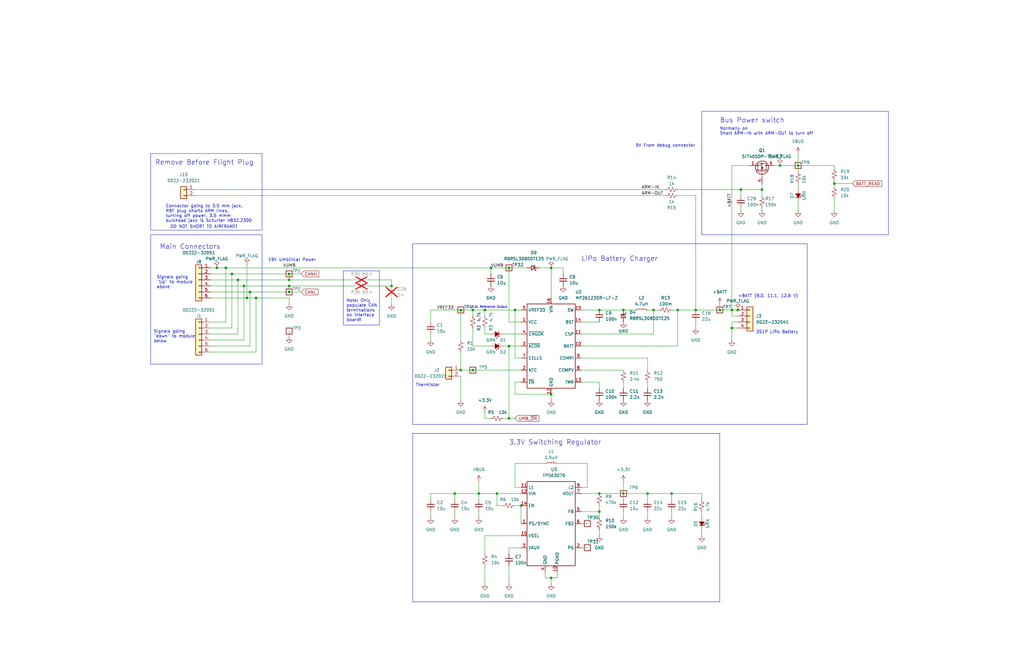
<source format=kicad_sch>
(kicad_sch (version 20250114) (generator "eeschema") (generator_version "9.0")
  (paper "B")
  (title_block (title "RCS Controller Board") (date "2025-03-25") (rev "1.0"))
  (rectangle (start 63.5 64.77) (end 110.49 97.155))
  (rectangle (start 173.99 102.87) (end 340.36 179.07))
  (rectangle (start 63.5 99.06) (end 110.49 153.67))
  (rectangle (start 144.78 114.3) (end 160.02 137.16))
  (rectangle (start 295.91 46.99) (end 374.65 99.06))
  (text "LiPo Battery Charger" (at 245.11 110.49 0) (effects (font (size 2.032 2.032)) (justify left bottom)))
  (text "DO NOT SHORT TO AIRFRAME!" (at 71.755 96.52 0) (effects (font (size 1.27 1.27)) (justify left bottom)))
  (text "Thermistor" (at 180.34 162.56 0) (effects (font (size 1.27 1.27))))
  (text "Signals going \n\"down\" to module \nbelow" (at 64.77 144.78 0) (effects (font (size 1.27 1.27)) (justify left bottom)))
  (text "Normally on\nShort ARM-IN with ARM-OUT to turn off" (at 303.53 57.15 0) (effects (font (size 1.27 1.27)) (justify left bottom)))
  (text "Connector going to 3.5 mm jack.\nRBF plug shorts ARM lines,\nturning off power. 3.5 mmm \nbulkhead jack is Schurter 4832.2300" (at 69.85 93.98 0) (effects (font (size 1.27 1.27)) (justify left bottom)))
  (text "Note: Only \npopulate CAN \nterminations\non interface\nboard!" (at 146.05 135.89 0) (effects (font (size 1.27 1.27)) (justify left bottom)))
  (text "3S1P LiPo Battery" (at 318.77 140.97 0) (effects (font (size 1.27 1.27)) (justify left bottom)))
  (text "Signals going \n\"Up\" to module \nabove" (at 66.04 121.92 0) (effects (font (size 1.27 1.27)) (justify left bottom)))
  (text "19V Umbilical Power" (at 113.03 110.49 0) (effects (font (size 1.27 1.27)) (justify left bottom)))
  (text "+BATT (9.0, 11.1, 12.6 V)" (at 311.15 125.73 0) (effects (font (size 1.27 1.27)) (justify left bottom)))
  (text "Bus Power switch" (at 303.53 52.07 0) (effects (font (size 2.032 2.032)) (justify left bottom)))
  (text "Main Connectors" (at 67.31 105.41 0) (effects (font (size 2.032 2.032)) (justify left bottom)))
  (text "3.3V Switching Regulator" (at 214.63 187.96 0) (effects (font (size 2.032 2.032)) (justify left bottom)))
  (text "5V From debug connector" (at 267.97 62.23 0) (effects (font (size 1.27 1.27)) (justify left bottom)))
  (text "3.3v Reference Output" (at 198.755 130.175 0) (effects (font (size 0.889 0.889)) (justify left bottom)))
  (text "Remove Before Flight Plug" (at 65.405 69.85 0) (effects (font (size 2.032 2.032)) (justify left bottom)))
  (junction (at 209.55 208.28))
  (junction (at 204.47 130.81))
  (junction (at 100.33 118.11))
  (junction (at 262.89 130.81))
  (junction (at 214.63 146.05))
  (junction (at 201.93 208.28))
  (junction (at 308.61 138.43))
  (junction (at 336.55 69.85))
  (junction (at 303.53 130.81))
  (junction (at 91.44 113.03))
  (junction (at 262.89 208.28))
  (junction (at 232.41 113.03))
  (junction (at 252.73 215.9))
  (junction (at 214.63 113.03))
  (junction (at 121.92 123.19))
  (junction (at 217.17 130.81))
  (junction (at 351.79 77.47))
  (junction (at 273.05 208.28))
  (junction (at 275.59 130.81))
  (junction (at 328.93 69.85))
  (junction (at 252.73 208.28))
  (junction (at 283.21 208.28))
  (junction (at 97.79 115.57))
  (junction (at 104.14 125.73))
  (junction (at 285.75 130.81))
  (junction (at 321.31 80.01))
  (junction (at 232.41 243.84))
  (junction (at 207.01 113.03))
  (junction (at 252.73 130.81))
  (junction (at 121.92 115.57))
  (junction (at 107.95 125.73))
  (junction (at 293.37 130.81))
  (junction (at 191.77 208.28))
  (junction (at 311.15 130.81))
  (junction (at 214.63 176.53))
  (junction (at 105.41 123.19))
  (junction (at 199.39 130.81))
  (junction (at 194.31 156.21))
  (junction (at 165.1 120.65))
  (junction (at 232.41 166.37))
  (junction (at 121.92 120.65))
  (junction (at 102.87 120.65))
  (junction (at 312.42 80.01))
  (junction (at 95.25 113.03))
  (junction (at 219.71 213.36))
  (junction (at 199.39 156.21))
  (junction (at 121.92 118.11))
  (junction (at 194.31 130.81))
  (junction (at 308.61 130.81))
  (wire (pts (xy 91.44 113.03) (xy 95.25 113.03)))
  (wire (pts (xy 217.17 130.81) (xy 219.71 130.81)))
  (wire (pts (xy 293.37 135.89) (xy 293.37 138.43)))
  (wire (pts (xy 217.17 205.74) (xy 217.17 195.58)))
  (wire (pts (xy 247.65 195.58) (xy 247.65 205.74)))
  (wire (pts (xy 219.71 151.13) (xy 217.17 151.13)))
  (wire (pts (xy 308.61 133.35) (xy 308.61 130.81)))
  (wire (pts (xy 312.42 80.01) (xy 321.31 80.01)))
  (wire (pts (xy 88.9 140.97) (xy 100.33 140.97)))
  (wire (pts (xy 326.39 69.85) (xy 328.93 69.85)))
  (wire (pts (xy 245.11 156.21) (xy 262.89 156.21)))
  (wire (pts (xy 229.87 241.3) (xy 229.87 243.84)))
  (wire (pts (xy 121.92 115.57) (xy 127 115.57)))
  (wire (pts (xy 328.93 69.85) (xy 336.55 69.85)))
  (wire (pts (xy 194.31 148.59) (xy 194.31 156.21)))
  (wire (pts (xy 219.71 135.89) (xy 214.63 135.89)))
  (wire (pts (xy 95.25 135.89) (xy 88.9 135.89)))
  (wire (pts (xy 214.63 146.05) (xy 219.71 146.05)))
  (wire (pts (xy 102.87 143.51) (xy 102.87 120.65)))
  (wire (pts (xy 165.1 125.73) (xy 165.1 128.27)))
  (wire (pts (xy 273.05 130.81) (xy 275.59 130.81)))
  (wire (pts (xy 204.47 226.06) (xy 204.47 233.68)))
  (wire (pts (xy 88.9 148.59) (xy 107.95 148.59)))
  (wire (pts (xy 154.94 120.65) (xy 165.1 120.65)))
  (wire (pts (xy 312.42 87.63) (xy 312.42 88.9)))
  (wire (pts (xy 245.11 130.81) (xy 252.73 130.81)))
  (wire (pts (xy 308.61 135.89) (xy 308.61 138.43)))
  (wire (pts (xy 293.37 82.55) (xy 293.37 130.81)))
  (wire (pts (xy 336.55 69.85) (xy 351.79 69.85)))
  (wire (pts (xy 252.73 161.29) (xy 245.11 161.29)))
  (wire (pts (xy 308.61 138.43) (xy 308.61 143.51)))
  (wire (pts (xy 217.17 130.81) (xy 217.17 151.13)))
  (wire (pts (xy 285.75 130.81) (xy 285.75 146.05)))
  (wire (pts (xy 102.87 120.65) (xy 121.92 120.65)))
  (wire (pts (xy 201.93 203.2) (xy 201.93 208.28)))
  (wire (pts (xy 219.71 161.29) (xy 217.17 161.29)))
  (wire (pts (xy 275.59 140.97) (xy 245.11 140.97)))
  (wire (pts (xy 308.61 69.85) (xy 316.23 69.85)))
  (wire (pts (xy 88.9 118.11) (xy 100.33 118.11)))
  (wire (pts (xy 275.59 130.81) (xy 278.13 130.81)))
  (wire (pts (xy 232.41 243.84) (xy 229.87 243.84)))
  (wire (pts (xy 262.89 130.81) (xy 267.97 130.81)))
  (wire (pts (xy 199.39 130.81) (xy 204.47 130.81)))
  (wire (pts (xy 121.92 120.65) (xy 121.92 123.19)))
  (wire (pts (xy 88.9 146.05) (xy 105.41 146.05)))
  (wire (pts (xy 82.55 82.55) (xy 280.67 82.55)))
  (wire (pts (xy 351.79 77.47) (xy 351.79 78.74)))
  (wire (pts (xy 303.53 130.81) (xy 308.61 130.81)))
  (wire (pts (xy 88.9 123.19) (xy 105.41 123.19)))
  (wire (pts (xy 311.15 135.89) (xy 308.61 135.89)))
  (wire (pts (xy 204.47 238.76) (xy 204.47 246.38)))
  (wire (pts (xy 194.31 156.21) (xy 199.39 156.21)))
  (wire (pts (xy 273.05 151.13) (xy 273.05 156.21)))
  (wire (pts (xy 252.73 215.9) (xy 252.73 213.36)))
  (wire (pts (xy 232.41 125.73) (xy 232.41 113.03)))
  (wire (pts (xy 181.61 140.97) (xy 181.61 143.51)))
  (wire (pts (xy 165.1 120.65) (xy 165.1 118.11)))
  (wire (pts (xy 232.41 246.38) (xy 232.41 243.84)))
  (wire (pts (xy 201.93 215.9) (xy 201.93 218.44)))
  (wire (pts (xy 88.9 138.43) (xy 97.79 138.43)))
  (wire (pts (xy 234.95 241.3) (xy 234.95 243.84)))
  (wire (pts (xy 234.95 195.58) (xy 247.65 195.58)))
  (wire (pts (xy 351.79 83.82) (xy 351.79 88.9)))
  (wire (pts (xy 262.89 161.29) (xy 262.89 163.83)))
  (wire (pts (xy 245.11 231.14) (xy 247.65 231.14)))
  (wire (pts (xy 336.55 85.09) (xy 336.55 88.9)))
  (wire (pts (xy 321.31 87.63) (xy 321.31 88.9)))
  (wire (pts (xy 194.31 130.81) (xy 199.39 130.81)))
  (wire (pts (xy 214.63 113.03) (xy 207.01 113.03)))
  (wire (pts (xy 88.9 115.57) (xy 97.79 115.57)))
  (wire (pts (xy 97.79 115.57) (xy 121.92 115.57)))
  (wire (pts (xy 212.09 146.05) (xy 214.63 146.05)))
  (wire (pts (xy 283.21 130.81) (xy 285.75 130.81)))
  (wire (pts (xy 107.95 148.59) (xy 107.95 125.73)))
  (wire (pts (xy 262.89 203.2) (xy 262.89 208.28)))
  (wire (pts (xy 199.39 138.43) (xy 199.39 146.05)))
  (wire (pts (xy 100.33 118.11) (xy 121.92 118.11)))
  (wire (pts (xy 321.31 80.01) (xy 321.31 82.55)))
  (wire (pts (xy 245.11 220.98) (xy 247.65 220.98)))
  (wire (pts (xy 227.33 113.03) (xy 232.41 113.03)))
  (wire (pts (xy 273.05 208.28) (xy 262.89 208.28)))
  (wire (pts (xy 191.77 215.9) (xy 191.77 218.44)))
  (wire (pts (xy 214.63 146.05) (xy 214.63 176.53)))
  (wire (pts (xy 121.92 120.65) (xy 149.86 120.65)))
  (wire (pts (xy 214.63 231.14) (xy 219.71 231.14)))
  (wire (pts (xy 191.77 208.28) (xy 181.61 208.28)))
  (wire (pts (xy 181.61 130.81) (xy 194.31 130.81)))
  (wire (pts (xy 283.21 208.28) (xy 295.91 208.28)))
  (wire (pts (xy 214.63 233.68) (xy 214.63 231.14)))
  (wire (pts (xy 201.93 208.28) (xy 191.77 208.28)))
  (wire (pts (xy 273.05 210.82) (xy 273.05 208.28)))
  (wire (pts (xy 214.63 238.76) (xy 214.63 246.38)))
  (wire (pts (xy 212.09 140.97) (xy 219.71 140.97)))
  (wire (pts (xy 217.17 213.36) (xy 219.71 213.36)))
  (wire (pts (xy 293.37 130.81) (xy 303.53 130.81)))
  (wire (pts (xy 217.17 166.37) (xy 232.41 166.37)))
  (wire (pts (xy 105.41 146.05) (xy 105.41 123.19)))
  (wire (pts (xy 295.91 215.9) (xy 295.91 218.44)))
  (wire (pts (xy 245.11 135.89) (xy 252.73 135.89)))
  (wire (pts (xy 219.71 205.74) (xy 217.17 205.74)))
  (wire (pts (xy 212.09 213.36) (xy 209.55 213.36)))
  (wire (pts (xy 209.55 208.28) (xy 219.71 208.28)))
  (wire (pts (xy 283.21 210.82) (xy 283.21 208.28)))
  (wire (pts (xy 82.55 80.01) (xy 280.67 80.01)))
  (wire (pts (xy 107.95 125.73) (xy 121.92 125.73)))
  (wire (pts (xy 204.47 130.81) (xy 204.47 133.35)))
  (wire (pts (xy 201.93 208.28) (xy 201.93 210.82)))
  (polyline (pts (xy 303.53 182.88) (xy 303.53 254)))
  (wire (pts (xy 217.17 161.29) (xy 217.17 166.37)))
  (wire (pts (xy 204.47 176.53) (xy 207.01 176.53)))
  (polyline (pts (xy 173.99 182.88) (xy 173.99 254)))
  (polyline (pts (xy 303.53 254) (xy 173.99 254)))
  (wire (pts (xy 204.47 130.81) (xy 217.17 130.81)))
  (wire (pts (xy 312.42 80.01) (xy 312.42 82.55)))
  (wire (pts (xy 219.71 226.06) (xy 204.47 226.06)))
  (wire (pts (xy 209.55 213.36) (xy 209.55 208.28)))
  (wire (pts (xy 217.17 195.58) (xy 229.87 195.58)))
  (wire (pts (xy 252.73 208.28) (xy 245.11 208.28)))
  (wire (pts (xy 321.31 77.47) (xy 321.31 80.01)))
  (wire (pts (xy 95.25 113.03) (xy 95.25 135.89)))
  (wire (pts (xy 308.61 69.85) (xy 308.61 130.81)))
  (wire (pts (xy 204.47 140.97) (xy 207.01 140.97)))
  (wire (pts (xy 237.49 113.03) (xy 237.49 115.57)))
  (wire (pts (xy 199.39 146.05) (xy 207.01 146.05)))
  (wire (pts (xy 194.31 158.75) (xy 194.31 168.91)))
  (wire (pts (xy 232.41 243.84) (xy 234.95 243.84)))
  (wire (pts (xy 165.1 118.11) (xy 154.94 118.11)))
  (wire (pts (xy 201.93 208.28) (xy 209.55 208.28)))
  (wire (pts (xy 204.47 173.99) (xy 204.47 176.53)))
  (wire (pts (xy 336.55 69.85) (xy 336.55 72.39)))
  (wire (pts (xy 232.41 113.03) (xy 237.49 113.03)))
  (wire (pts (xy 262.89 215.9) (xy 262.89 218.44)))
  (wire (pts (xy 194.31 143.51) (xy 194.31 130.81)))
  (wire (pts (xy 308.61 138.43) (xy 311.15 138.43)))
  (wire (pts (xy 204.47 138.43) (xy 204.47 140.97)))
  (wire (pts (xy 181.61 208.28) (xy 181.61 210.82)))
  (wire (pts (xy 181.61 215.9) (xy 181.61 218.44)))
  (wire (pts (xy 245.11 215.9) (xy 252.73 215.9)))
  (wire (pts (xy 104.14 111.76) (xy 104.14 125.73)))
  (wire (pts (xy 199.39 156.21) (xy 219.71 156.21)))
  (wire (pts (xy 303.53 128.27) (xy 303.53 130.81)))
  (wire (pts (xy 214.63 176.53) (xy 217.17 176.53)))
  (wire (pts (xy 336.55 64.77) (xy 336.55 69.85)))
  (wire (pts (xy 285.75 82.55) (xy 293.37 82.55)))
  (wire (pts (xy 252.73 223.52) (xy 252.73 226.06)))
  (wire (pts (xy 273.05 215.9) (xy 273.05 218.44)))
  (wire (pts (xy 214.63 113.03) (xy 222.25 113.03)))
  (wire (pts (xy 121.92 123.19) (xy 127 123.19)))
  (wire (pts (xy 252.73 130.81) (xy 262.89 130.81)))
  (wire (pts (xy 295.91 223.52) (xy 295.91 226.06)))
  (wire (pts (xy 207.01 113.03) (xy 207.01 115.57)))
  (wire (pts (xy 252.73 215.9) (xy 252.73 218.44)))
  (wire (pts (xy 214.63 113.03) (xy 214.63 135.89)))
  (wire (pts (xy 104.14 125.73) (xy 107.95 125.73)))
  (wire (pts (xy 247.65 205.74) (xy 245.11 205.74)))
  (wire (pts (xy 285.75 130.81) (xy 293.37 130.81)))
  (wire (pts (xy 285.75 146.05) (xy 245.11 146.05)))
  (wire (pts (xy 308.61 130.81) (xy 311.15 130.81)))
  (wire (pts (xy 245.11 151.13) (xy 273.05 151.13)))
  (wire (pts (xy 273.05 161.29) (xy 273.05 163.83)))
  (wire (pts (xy 275.59 130.81) (xy 275.59 140.97)))
  (wire (pts (xy 219.71 213.36) (xy 219.71 220.98)))
  (wire (pts (xy 121.92 125.73) (xy 121.92 128.27)))
  (wire (pts (xy 121.92 118.11) (xy 149.86 118.11)))
  (wire (pts (xy 351.79 71.12) (xy 351.79 69.85)))
  (wire (pts (xy 295.91 208.28) (xy 295.91 210.82)))
  (wire (pts (xy 351.79 76.2) (xy 351.79 77.47)))
  (wire (pts (xy 336.55 77.47) (xy 336.55 80.01)))
  (wire (pts (xy 88.9 143.51) (xy 102.87 143.51)))
  (wire (pts (xy 283.21 208.28) (xy 273.05 208.28)))
  (wire (pts (xy 121.92 139.7) (xy 121.92 142.24)))
  (wire (pts (xy 262.89 208.28) (xy 262.89 210.82)))
  (wire (pts (xy 88.9 125.73) (xy 104.14 125.73)))
  (wire (pts (xy 88.9 120.65) (xy 102.87 120.65)))
  (wire (pts (xy 262.89 208.28) (xy 252.73 208.28)))
  (wire (pts (xy 121.92 115.57) (xy 121.92 118.11)))
  (polyline (pts (xy 173.99 182.88) (xy 303.53 182.88)))
  (wire (pts (xy 105.41 123.19) (xy 121.92 123.19)))
  (wire (pts (xy 191.77 208.28) (xy 191.77 210.82)))
  (wire (pts (xy 351.79 77.47) (xy 359.41 77.47)))
  (wire (pts (xy 285.75 80.01) (xy 312.42 80.01)))
  (wire (pts (xy 95.25 113.03) (xy 207.01 113.03)))
  (wire (pts (xy 232.41 166.37) (xy 232.41 168.91)))
  (wire (pts (xy 252.73 163.83) (xy 252.73 161.29)))
  (wire (pts (xy 88.9 113.03) (xy 91.44 113.03)))
  (wire (pts (xy 311.15 133.35) (xy 308.61 133.35)))
  (wire (pts (xy 283.21 215.9) (xy 283.21 218.44)))
  (wire (pts (xy 100.33 140.97) (xy 100.33 118.11)))
  (wire (pts (xy 212.09 176.53) (xy 214.63 176.53)))
  (wire (pts (xy 199.39 130.81) (xy 199.39 133.35)))
  (wire (pts (xy 97.79 138.43) (xy 97.79 115.57)))
  (wire (pts (xy 181.61 135.89) (xy 181.61 130.81)))
  (label "VUMB" (at 119.38 113.03 0))
  (label "ARM-IN" (at 270.51 80.01 0))
  (label "VUMB" (at 207.01 113.03 0))
  (label "VREF33" (at 184.15 130.81 0))
  (label "ARM-OUT" (at 270.51 82.55 0))
  (label "+BATT" (at 308.61 87.63 90))
  (global_label "CANH" (shape input) (at 127 115.57 0) (property "Intersheetrefs" "${INTERSHEET_REFS}" (effects (hide yes))))
  (global_label "CANL" (shape input) (at 127 123.19 0) (property "Intersheetrefs" "${INTERSHEET_REFS}" (effects (hide yes))))
  (global_label "BATT_READ" (shape input) (at 359.41 77.47 0) (property "Intersheetrefs" "${INTERSHEET_REFS}" (effects (hide yes))))
  (global_label "UMB_~{ON}" (shape input) (at 217.17 176.53 0) (property "Intersheetrefs" "${INTERSHEET_REFS}" (effects (hide yes))))
  (symbol (lib_id "Device:C_Small") (at 273.05 166.37 0) (unit 1)
    (property "Reference" "C13" (at 275.59 165.1062 0) (effects (justify left)))
    (property "Value" "2.2n" (at 275.59 167.6462 0) (effects (justify left)))
    (property "Footprint" "Capacitor_SMD:C_0603_1608Metric" (effects (hide yes)))
    (property "Description" "CAP CER 2200PF 50V X7R 0603" (effects (hide yes)))
    (property "DPN" "1276-6530-1-ND" (effects (hide yes)))
    (property "DST" "DigiKey" (effects (hide yes)))
    (property "MFR" "Samsung Microelectronics" (effects (hide yes)))
    (property "MPN" "CL10B222KB8WPNC" (effects (hide yes)))
  )
  (symbol (lib_id "power:GND") (at 336.55 88.9 0) (unit 1)
    (property "Reference" "#PWR037" (effects (hide yes)))
    (property "Value" "GND" (at 336.55 93.98 0))
    (property "Description" "Power symbol creates a global label with name \"GND\" , ground" (effects (hide yes)))
  )
  (symbol (lib_id "Device:C_Small") (at 262.89 213.36 0) (unit 1)
    (property "Reference" "C12" (at 265.43 212.0962 0) (effects (justify left)))
    (property "Value" "10u" (at 265.43 214.6362 0) (effects (justify left)))
    (property "Footprint" "Capacitor_SMD:C_0603_1608Metric" (effects (hide yes)))
    (property "Description" "CAP CER 10UF 25V X5R 0603" (effects (hide yes)))
    (property "DPN" "490-12323-1-ND" (effects (hide yes)))
    (property "DST" "DigiKey" (effects (hide yes)))
    (property "MFR" "Murata" (effects (hide yes)))
    (property "MPN" "GRT188R61E106ME13D" (effects (hide yes)))
  )
  (symbol (lib_id "power:GND") (at 191.77 218.44 0) (unit 1)
    (property "Reference" "#PWR04" (effects (hide yes)))
    (property "Value" "GND" (at 191.77 223.52 0))
    (property "Description" "Power symbol creates a global label with name \"GND\" , ground" (effects (hide yes)))
  )
  (symbol (lib_id "psas-testpoint:Test-Point") (at 121.92 123.19 0) (unit 1) (in_bom no)
    (property "Reference" "TP2" (at 123.19 121.92 0) (effects (justify left)))
    (property "Value" "Test-Point" (effects (hide yes)))
    (property "Footprint" "psas-footprints:TP-through-hole-1X01" (effects (hide yes)))
  )
  (symbol (lib_id "power:GND") (at 312.42 88.9 0) (unit 1)
    (property "Reference" "#PWR06" (effects (hide yes)))
    (property "Value" "GND" (at 312.42 93.98 0))
    (property "Description" "Power symbol creates a global label with name \"GND\" , ground" (effects (hide yes)))
  )
  (symbol (lib_id "Connector_Generic:Conn_01x06") (at 83.82 118.11 0) (mirror y) (unit 1)
    (property "Reference" "J8" (at 83.82 110.49 0))
    (property "Value" "00222-32051" (at 83.82 106.68 0))
    (property "Footprint" "Connector_Molex:Molex_KK-254_AE-6410-06A_1x06_P2.54mm_Vertical" (effects (hide yes)))
    (property "Datasheet" "https://www.molex.com/pdm_docs/sd/022232061_sd.pdf" (effects (hide yes)))
    (property "Description" "CONN HEADER VERT 6POS 2.54MM HIGH PRESSURE" (effects (hide yes)))
    (property "DPN" "WM4204-ND" (effects (hide yes)))
    (property "DST" "DigiKey" (effects (hide yes)))
    (property "MFR" "Molex" (effects (hide yes)))
    (property "MPN" "22232061" (effects (hide yes)))
  )
  (symbol (lib_id "power:GND") (at 262.89 168.91 0) (unit 1)
    (property "Reference" "#PWR025" (effects (hide yes)))
    (property "Value" "GND" (at 262.89 173.99 0))
    (property "Description" "Power symbol creates a global label with name \"GND\" , ground" (effects (hide yes)))
  )
  (symbol (lib_id "Device:LED_Small_Filled") (at 209.55 146.05 180) (unit 1)
    (property "Reference" "D2" (at 212.09 148.59 0))
    (property "Value" "GRN" (at 207.01 148.59 0))
    (property "Footprint" "LED_SMD:LED_0603_1608Metric" (effects (hide yes)))
    (property "Description" "Light emitting diode, small symbol, filled shape" (effects (hide yes)))
    (property "DPN" "732-4971-1-ND" (effects (hide yes)))
    (property "DST" "DigiKey" (effects (hide yes)))
    (property "MFR" "Wurth" (effects (hide yes)))
    (property "MPN" "150060GS75000" (effects (hide yes)))
    (property "Sim.Pins" "1=K 2=A" (effects (hide yes)))
  )
  (symbol (lib_id "Device:D_Schottky_Small") (at 224.79 113.03 180) (unit 1)
    (property "Reference" "D9" (at 225.044 106.68 0))
    (property "Value" "RBR5L30BDDTE25" (at 220.98 109.22 0))
    (property "Footprint" "Diode_SMD:D_SMA" (effects (hide yes)))
    (property "Datasheet" "https://www.rohm.com/datasheet?p=RBR5L30BDD&dist=Digi-key&media=referral&source=digi-key.com&campaign=Digi-key" (effects (hide yes)))
    (property "Description" "DIODE SCHOTTKY 30V 5A PMDS" (effects (hide yes)))
    (property "DPN" "846-RBR5L30BDDTE25CT-ND" (effects (hide yes)))
    (property "DST" "DigiKey" (effects (hide yes)))
    (property "MFR" "Rohm" (effects (hide yes)))
    (property "MPN" "RBR5L30BDDTE25" (effects (hide yes)))
  )
  (symbol (lib_id "Device:R_Small_US") (at 283.21 80.01 90) (unit 1)
    (property "Reference" "R14" (at 283.21 74.93 90))
    (property "Value" "1k" (at 283.21 77.47 90))
    (property "Footprint" "Resistor_SMD:R_0603_1608Metric" (effects (hide yes)))
    (property "Description" "RES 1K OHM 1% 1/10W 0603" (effects (hide yes)))
    (property "DPN" "311-1.00KHRCT-ND" (effects (hide yes)))
    (property "DST" "DigiKey" (effects (hide yes)))
    (property "MFR" "Yageo" (effects (hide yes)))
    (property "MPN" "RC0603FR-071KL" (effects (hide yes)))
  )
  (symbol (lib_id "Device:R_Small_US") (at 295.91 213.36 0) (unit 1)
    (property "Reference" "R16" (at 293.37 215.9 90) (effects (justify left)))
    (property "Value" "4.7k" (at 298.45 215.9 90) (effects (justify left)))
    (property "Footprint" "Resistor_SMD:R_0603_1608Metric" (effects (hide yes)))
    (property "Description" "RES 4.7K OHM 1% 1/10W 0603" (effects (hide yes)))
    (property "DPN" "311-4.70KHRCT-ND" (effects (hide yes)))
    (property "DST" "DigiKey" (effects (hide yes)))
    (property "MFR" "Yageo" (effects (hide yes)))
    (property "MPN" "RC0603FR-074K7L" (effects (hide yes)))
  )
  (symbol (lib_id "power:GND") (at 262.89 135.89 0) (unit 1)
    (property "Reference" "#PWR024" (effects (hide yes)))
    (property "Value" "GND" (at 262.89 139.7 0))
    (property "Description" "Power symbol creates a global label with name \"GND\" , ground" (effects (hide yes)))
  )
  (symbol (lib_id "psas-testpoint:Test-Point") (at 194.31 130.81 0) (unit 1) (in_bom no)
    (property "Reference" "TP4" (at 195.58 129.54 0) (effects (justify left)))
    (property "Value" "Test-Point" (effects (hide yes)))
    (property "Footprint" "psas-footprints:TP-through-hole-1X01" (effects (hide yes)))
  )
  (symbol (lib_id "power:GND") (at 295.91 226.06 0) (unit 1)
    (property "Reference" "#PWR033" (effects (hide yes)))
    (property "Value" "GND" (at 295.91 231.14 0))
    (property "Description" "Power symbol creates a global label with name \"GND\" , ground" (effects (hide yes)))
  )
  (symbol (lib_id "power:GND") (at 308.61 143.51 0) (unit 1)
    (property "Reference" "#PWR035" (effects (hide yes)))
    (property "Value" "GND" (at 308.61 148.59 0))
    (property "Description" "Power symbol creates a global label with name \"GND\" , ground" (effects (hide yes)))
  )
  (symbol (lib_id "Device:R_Small_US") (at 351.79 73.66 0) (unit 1)
    (property "Reference" "R19" (at 354.33 72.3899 0) (effects (justify left)))
    (property "Value" "33k" (at 354.33 74.9299 0) (effects (justify left)))
    (property "Footprint" "Resistor_SMD:R_0603_1608Metric" (effects (hide yes)))
    (property "Description" "RES 33K OHM 1% 1/10W 0603" (effects (hide yes)))
    (property "DPN" "311-33.0KHRCT-ND" (effects (hide yes)))
    (property "DST" "DigiKey" (effects (hide yes)))
    (property "MFR" "Yageo" (effects (hide yes)))
    (property "MPN" "RC0603FR-0733KL" (effects (hide yes)))
  )
  (symbol (lib_id "power:PWR_FLAG") (at 328.93 69.85 0) (unit 1)
    (property "Reference" "#FLG0104" (effects (hide yes)))
    (property "Value" "PWR_FLAG" (at 328.93 66.04 0))
    (property "Description" "Special symbol for telling ERC where power comes from" (effects (hide yes)))
  )
  (symbol (lib_id "power:PWR_FLAG") (at 311.15 130.81 0) (unit 1)
    (property "Reference" "#FLG0102" (effects (hide yes)))
    (property "Value" "PWR_FLAG" (at 311.15 127 0))
    (property "Description" "Special symbol for telling ERC where power comes from" (effects (hide yes)))
  )
  (symbol (lib_id "power:GND") (at 283.21 218.44 0) (unit 1)
    (property "Reference" "#PWR031" (effects (hide yes)))
    (property "Value" "GND" (at 283.21 223.52 0))
    (property "Description" "Power symbol creates a global label with name \"GND\" , ground" (effects (hide yes)))
  )
  (symbol (lib_id "power:GND") (at 273.05 168.91 0) (unit 1)
    (property "Reference" "#PWR028" (effects (hide yes)))
    (property "Value" "GND" (at 273.05 173.99 0))
    (property "Description" "Power symbol creates a global label with name \"GND\" , ground" (effects (hide yes)))
  )
  (symbol (lib_id "Device:R_Small_US") (at 321.31 85.09 0) (unit 1)
    (property "Reference" "R17" (at 322.58 83.82 0) (effects (justify left)))
    (property "Value" "150k" (at 322.58 86.36 0) (effects (justify left)))
    (property "Footprint" "Resistor_SMD:R_0603_1608Metric" (effects (hide yes)))
    (property "Description" "RES 150K OHM 1% 1/10W 0603" (effects (hide yes)))
    (property "DPN" "311-150KHRCT-ND" (effects (hide yes)))
    (property "DST" "DigiKey" (effects (hide yes)))
    (property "MFR" "Yageo" (effects (hide yes)))
    (property "MPN" "RC0603FR-07150KL" (effects (hide yes)))
  )
  (symbol (lib_id "Device:R_Small_US") (at 252.73 220.98 0) (unit 1)
    (property "Reference" "R10" (at 255.27 219.7099 0) (effects (justify left)))
    (property "Value" "150k" (at 255.27 222.2499 0) (effects (justify left)))
    (property "Footprint" "Resistor_SMD:R_0603_1608Metric" (effects (hide yes)))
    (property "Description" "RES 150K OHM 1% 1/10W 0603" (effects (hide yes)))
    (property "DPN" "311-150KHRCT-ND" (effects (hide yes)))
    (property "DST" "DigiKey" (effects (hide yes)))
    (property "MFR" "Yageo" (effects (hide yes)))
    (property "MPN" "RC0603FR-07150KL" (effects (hide yes)))
  )
  (symbol (lib_id "Device:L_Small") (at 270.51 130.81 90) (unit 1)
    (property "Reference" "L2" (at 270.51 125.73 90))
    (property "Value" "4.7uH" (at 270.51 128.27 90))
    (property "Footprint" "Inductor_SMD:L_Vishay_IHLP-2020" (effects (hide yes)))
    (property "Datasheet" "https://www.vishay.com/docs/34261/ihlp2020bz11.pdf" (effects (hide yes)))
    (property "Description" "FIXED IND 4.7UH 3.2A 81.3MOHM SM" (effects (hide yes)))
    (property "MPN" "IHLP2020BZER4R7M11" (effects (hide yes)))
    (property "DPN" "541-1222-1-ND" (effects (hide yes)))
    (property "DST" "DigiKey" (effects (hide yes)))
    (property "MFR" "Vishay" (effects (hide yes)))
  )
  (symbol (lib_id "Device:R_Small_US") (at 262.89 158.75 0) (unit 1)
    (property "Reference" "R11" (at 265.43 157.4799 0) (effects (justify left)))
    (property "Value" "2.4k" (at 265.43 160.0199 0) (effects (justify left)))
    (property "Footprint" "Resistor_SMD:R_0603_1608Metric" (effects (hide yes)))
    (property "Description" "RES 2.4K OHM 1% 1/10W 0603" (effects (hide yes)))
    (property "DPN" "311-2.40KHRCT-ND" (effects (hide yes)))
    (property "DST" "DigiKey" (effects (hide yes)))
    (property "MFR" "Yageo" (effects (hide yes)))
    (property "MPN" "RC0603FR-072K4L" (effects (hide yes)))
  )
  (symbol (lib_id "psas-testpoint:Test-Point") (at 336.55 69.85 0) (unit 1) (in_bom no)
    (property "Reference" "TP9" (at 337.82 68.58 0) (effects (justify left)))
    (property "Value" "Test-Point" (effects (hide yes)))
    (property "Footprint" "psas-footprints:TP-through-hole-1X01" (effects (hide yes)))
  )
  (symbol (lib_id "Device:R_Small_US") (at 204.47 236.22 0) (unit 1)
    (property "Reference" "R4" (at 207.01 234.9499 0) (effects (justify left)))
    (property "Value" "10k" (at 207.01 237.4899 0) (effects (justify left)))
    (property "Footprint" "Resistor_SMD:R_0603_1608Metric" (effects (hide yes)))
    (property "Description" "RES 10K OHM 1% 1/10W 0603" (effects (hide yes)))
    (property "DPN" "311-10.0KHRCT-ND" (effects (hide yes)))
    (property "DST" "DigiKey" (effects (hide yes)))
    (property "MFR" "Yageo" (effects (hide yes)))
    (property "MPN" "RC0603FR-0710KL" (effects (hide yes)))
  )
  (symbol (lib_id "power:GND") (at 194.31 168.91 0) (unit 1)
    (property "Reference" "#PWR05" (effects (hide yes)))
    (property "Value" "GND" (at 194.31 173.99 0))
    (property "Description" "Power symbol creates a global label with name \"GND\" , ground" (effects (hide yes)))
  )
  (symbol (lib_id "Device:R_Small_US") (at 336.55 74.93 0) (unit 1)
    (property "Reference" "R18" (at 334.01 77.47 90) (effects (justify left)))
    (property "Value" "10k" (at 339.09 77.47 90) (effects (justify left)))
    (property "Footprint" "Resistor_SMD:R_0603_1608Metric" (effects (hide yes)))
    (property "Description" "RES 10K OHM 1% 1/10W 0603" (effects (hide yes)))
    (property "DPN" "311-10.0KHRCT-ND" (effects (hide yes)))
    (property "DST" "DigiKey" (effects (hide yes)))
    (property "MFR" "Yageo" (effects (hide yes)))
    (property "MPN" "RC0603FR-0710KL" (effects (hide yes)))
  )
  (symbol (lib_id "Device:C_Small") (at 312.42 85.09 0) (unit 1)
    (property "Reference" "C29" (at 314.96 83.8262 0) (effects (justify left)))
    (property "Value" "100n" (at 314.96 86.3662 0) (effects (justify left)))
    (property "Footprint" "Capacitor_SMD:C_0603_1608Metric" (effects (hide yes)))
    (property "Description" "CAP CER 0.1UF 50V X7R 0603" (effects (hide yes)))
    (property "DPN" "1276-6854-1-ND" (effects (hide yes)))
    (property "DST" "DigiKey" (effects (hide yes)))
    (property "MFR" "Samsung Microelectronics" (effects (hide yes)))
    (property "MPN" "CL10B104KB8WPNC" (effects (hide yes)))
  )
  (symbol (lib_id "Device:C_Small") (at 181.61 138.43 0) (unit 1)
    (property "Reference" "C1" (at 184.15 137.1662 0) (effects (justify left)))
    (property "Value" "10u" (at 184.15 139.7062 0) (effects (justify left)))
    (property "Footprint" "Capacitor_SMD:C_0805_2012Metric" (effects (hide yes)))
    (property "Description" "CAP CER 10UF 50V X5R 0805" (effects (hide yes)))
    (property "DPN" "490-18663-1-ND" (effects (hide yes)))
    (property "DST" "DigiKey" (effects (hide yes)))
    (property "MFR" "Murata" (effects (hide yes)))
    (property "MPN" "GRM21BR61H106KE43L" (effects (hide yes)))
  )
  (symbol (lib_id "power:GND") (at 262.89 218.44 0) (unit 1)
    (property "Reference" "#PWR027" (effects (hide yes)))
    (property "Value" "GND" (at 262.89 223.52 0))
    (property "Description" "Power symbol creates a global label with name \"GND\" , ground" (effects (hide yes)))
  )
  (symbol (lib_id "psas-testpoint:Test-Point") (at 121.92 115.57 0) (unit 1) (in_bom no)
    (property "Reference" "TP1" (at 123.19 114.3 0) (effects (justify left)))
    (property "Value" "Test-Point" (effects (hide yes)))
    (property "Footprint" "psas-footprints:TP-through-hole-1X01" (effects (hide yes)))
  )
  (symbol (lib_id "Device:C_Small") (at 293.37 133.35 0) (unit 1)
    (property "Reference" "C16" (at 295.91 132.0862 0) (effects (justify left)))
    (property "Value" "22u" (at 295.91 134.6262 0) (effects (justify left)))
    (property "Footprint" "Capacitor_SMD:C_0805_2012Metric" (effects (hide yes)))
    (property "Description" "CAP CER 22UF 25V X5R 0805" (effects (hide yes)))
    (property "MPN" "GRT21BR61E226ME13L" (effects (hide yes)))
    (property "DPN" "490-12389-1-ND" (effects (hide yes)))
    (property "DST" "DigiKey" (effects (hide yes)))
    (property "MFR" "Murata" (effects (hide yes)))
  )
  (symbol (lib_id "Transistor_FET:Si7141DP") (at 321.31 72.39 270) (mirror x) (unit 1)
    (property "Reference" "Q1" (at 321.31 63.5 90))
    (property "Value" "SI7465DP-T1-E3" (at 321.31 66.04 90))
    (property "Footprint" "PCM_Package_SON_AKL:Infineon_PG-TDSON-8" (effects (hide yes)))
    (property "Datasheet" "https://www.vishay.com/docs/73113/73113.pdf" (effects (hide yes)))
    (property "Description" "MOSFET P-CH 20V 60A PPAK SO-8" (effects (hide yes)))
    (property "DPN" "SI7141DP-T1-GE3CT-ND" (effects (hide yes)))
    (property "DST" "DigiKey" (effects (hide yes)))
    (property "MFR" "Vishay" (effects (hide yes)))
    (property "MPN" "SI7141DP-T1-GE3" (effects (hide yes)))
  )
  (symbol (lib_id "Connector_Generic:Conn_01x04") (at 316.23 133.35 0) (unit 1)
    (property "Reference" "J3" (at 318.77 133.3499 0) (effects (justify left)))
    (property "Value" "0022-232041" (at 318.77 135.8899 0) (effects (justify left)))
    (property "Footprint" "Connector_Molex:Molex_KK-254_AE-6410-04A_1x04_P2.54mm_Vertical" (effects (hide yes)))
    (property "Datasheet" "https://www.molex.com/en-us/products/part-detail/22232041?display=pdf" (effects (hide yes)))
    (property "Description" "CONN HEADER VERT 4POS 2.54MM HIGH PRESSURE" (effects (hide yes)))
    (property "DPN" "WM4202-ND" (effects (hide yes)))
    (property "DST" "DigiKey" (effects (hide yes)))
    (property "MFR" "Molex" (effects (hide yes)))
    (property "MPN" "22232041" (effects (hide yes)))
  )
  (symbol (lib_id "Device:C_Small") (at 201.93 213.36 0) (unit 1)
    (property "Reference" "C5" (at 204.47 212.0962 0) (effects (justify left)))
    (property "Value" "10u" (at 204.47 214.6362 0) (effects (justify left)))
    (property "Footprint" "Capacitor_SMD:C_0603_1608Metric" (effects (hide yes)))
    (property "Description" "CAP CER 10UF 25V X5R 0603" (effects (hide yes)))
    (property "DPN" "490-12323-1-ND" (effects (hide yes)))
    (property "DST" "DigiKey" (effects (hide yes)))
    (property "MFR" "Murata" (effects (hide yes)))
    (property "MPN" "GRT188R61E106ME13D" (effects (hide yes)))
  )
  (symbol (lib_id "Device:C_Small") (at 283.21 213.36 0) (unit 1)
    (property "Reference" "C15" (at 285.75 212.0962 0) (effects (justify left)))
    (property "Value" "22u" (at 285.75 214.6362 0) (effects (justify left)))
    (property "Footprint" "Capacitor_SMD:C_0805_2012Metric" (effects (hide yes)))
    (property "Description" "CAP CER 22UF 25V X5R 0805" (effects (hide yes)))
    (property "MPN" "GRT21BR61E226ME13L" (effects (hide yes)))
    (property "DPN" "490-12389-1-ND" (effects (hide yes)))
    (property "DST" "DigiKey" (effects (hide yes)))
    (property "MFR" "Murata" (effects (hide yes)))
  )
  (symbol (lib_id "Device:LED_Small_Filled") (at 295.91 220.98 270) (mirror x) (unit 1)
    (property "Reference" "D5" (at 293.37 220.98 0))
    (property "Value" "GRN" (at 298.45 220.98 0))
    (property "Footprint" "LED_SMD:LED_0603_1608Metric" (effects (hide yes)))
    (property "Description" "Light emitting diode, small symbol, filled shape" (effects (hide yes)))
    (property "DPN" "732-4971-1-ND" (effects (hide yes)))
    (property "DST" "DigiKey" (effects (hide yes)))
    (property "MFR" "Wurth" (effects (hide yes)))
    (property "MPN" "150060GS75000" (effects (hide yes)))
    (property "Sim.Pins" "1=K 2=A" (effects (hide yes)))
  )
  (symbol (lib_id "power:PWR_FLAG") (at 232.41 113.03 0) (unit 1)
    (property "Reference" "#FLG0105" (effects (hide yes)))
    (property "Value" "PWR_FLAG" (at 234.95 109.22 0))
    (property "Description" "Special symbol for telling ERC where power comes from" (effects (hide yes)))
  )
  (symbol (lib_id "Device:R_Small_US") (at 351.79 81.28 0) (unit 1)
    (property "Reference" "R20" (at 354.33 80.0099 0) (effects (justify left)))
    (property "Value" "10k" (at 354.33 82.5499 0) (effects (justify left)))
    (property "Footprint" "Resistor_SMD:R_0603_1608Metric" (effects (hide yes)))
    (property "Description" "RES 10K OHM 1% 1/10W 0603" (effects (hide yes)))
    (property "DPN" "311-10.0KHRCT-ND" (effects (hide yes)))
    (property "DST" "DigiKey" (effects (hide yes)))
    (property "MFR" "Yageo" (effects (hide yes)))
    (property "MPN" "RC0603FR-0710KL" (effects (hide yes)))
  )
  (symbol (lib_id "power:GND") (at 252.73 226.06 0) (unit 1)
    (property "Reference" "#PWR023" (effects (hide yes)))
    (property "Value" "GND" (at 252.73 231.14 0))
    (property "Description" "Power symbol creates a global label with name \"GND\" , ground" (effects (hide yes)))
  )
  (symbol (lib_id "power:GND") (at 204.47 246.38 0) (unit 1)
    (property "Reference" "#PWR014" (effects (hide yes)))
    (property "Value" "GND" (at 204.47 251.46 0))
    (property "Description" "Power symbol creates a global label with name \"GND\" , ground" (effects (hide yes)))
  )
  (symbol (lib_id "Connector_Generic:Conn_01x02") (at 189.23 156.21 0) (mirror y) (unit 1)
    (property "Reference" "J2" (at 184.15 156.21 0))
    (property "Value" "0022-232021" (at 181.61 158.75 0))
    (property "Footprint" "Connector_Molex:Molex_KK-254_AE-6410-02A_1x02_P2.54mm_Vertical" (effects (hide yes)))
    (property "Datasheet" "https://www.molex.com/webdocs/datasheets/pdf/en-us//0022232021_PCB_HEADERS.pdf" (effects (hide yes)))
    (property "Description" "CONN HEADER VERT 2POS 2.54MM HIGH PRESSURE" (effects (hide yes)))
    (property "DPN" "900-0022232021-ND" (effects (hide yes)))
    (property "DST" "DigiKey" (effects (hide yes)))
    (property "MFR" "Molex" (effects (hide yes)))
    (property "MPN" "22232021" (effects (hide yes)))
  )
  (symbol (lib_id "Device:C_Small") (at 165.1 123.19 0) (unit 1) (dnp yes)
    (property "Reference" "C26" (at 167.64 121.9262 0) (effects (justify left)))
    (property "Value" "1n" (at 167.64 124.4662 0) (effects (justify left)))
    (property "Footprint" "Capacitor_SMD:C_0603_1608Metric" (effects (hide yes)))
    (property "Description" "CAP CER 1000PF 50V X7R 0603" (effects (hide yes)))
    (property "DPN" "1276-6991-1-ND" (effects (hide yes)))
    (property "DST" "DigiKey" (effects (hide yes)))
    (property "MFR" "Samsung Microelectronics" (effects (hide yes)))
    (property "MPN" "CL10B102KB85PNL" (effects (hide yes)))
  )
  (symbol (lib_id "Device:C_Small") (at 273.05 213.36 0) (unit 1)
    (property "Reference" "C14" (at 275.59 212.0962 0) (effects (justify left)))
    (property "Value" "22u" (at 275.59 214.6362 0) (effects (justify left)))
    (property "Footprint" "Capacitor_SMD:C_0805_2012Metric" (effects (hide yes)))
    (property "Description" "CAP CER 22UF 25V X5R 0805" (effects (hide yes)))
    (property "MPN" "GRT21BR61E226ME13L" (effects (hide yes)))
    (property "DPN" "490-12389-1-ND" (effects (hide yes)))
    (property "DST" "DigiKey" (effects (hide yes)))
    (property "MFR" "Murata" (effects (hide yes)))
  )
  (symbol (lib_id "Device:C_Small") (at 191.77 213.36 0) (unit 1)
    (property "Reference" "C4" (at 194.31 212.0962 0) (effects (justify left)))
    (property "Value" "10u" (at 194.31 214.6362 0) (effects (justify left)))
    (property "Footprint" "Capacitor_SMD:C_0805_2012Metric" (effects (hide yes)))
    (property "Description" "CAP CER 10UF 50V X5R 0805" (effects (hide yes)))
    (property "DPN" "490-18663-1-ND" (effects (hide yes)))
    (property "DST" "DigiKey" (effects (hide yes)))
    (property "MFR" "Murata" (effects (hide yes)))
    (property "MPN" "GRM21BR61H106KE43L" (effects (hide yes)))
  )
  (symbol (lib_id "psas-power:VBUS") (at 336.55 64.77 0) (unit 1)
    (property "Reference" "#VBUS0101" (effects (hide yes)))
    (property "Value" "VBUS" (at 336.55 59.69 0))
    (property "Description" "Power symbol creates a global label with name \"VBUS\"" (effects (hide yes)))
  )
  (symbol (lib_id "Device:R_Small_US") (at 214.63 213.36 90) (unit 1)
    (property "Reference" "R6" (at 212.09 210.82 90))
    (property "Value" "10k" (at 217.17 210.82 90))
    (property "Footprint" "Resistor_SMD:R_0603_1608Metric" (effects (hide yes)))
    (property "Description" "RES 10K OHM 1% 1/10W 0603" (effects (hide yes)))
    (property "DPN" "311-10.0KHRCT-ND" (effects (hide yes)))
    (property "DST" "DigiKey" (effects (hide yes)))
    (property "MFR" "Yageo" (effects (hide yes)))
    (property "MPN" "RC0603FR-0710KL" (effects (hide yes)))
  )
  (symbol (lib_id "Device:R_Small_US") (at 209.55 176.53 90) (unit 1)
    (property "Reference" "R5" (at 207.01 173.99 90))
    (property "Value" "10k" (at 212.09 173.99 90))
    (property "Footprint" "Resistor_SMD:R_0603_1608Metric" (effects (hide yes)))
    (property "Description" "RES 10K OHM 1% 1/10W 0603" (effects (hide yes)))
    (property "DPN" "311-10.0KHRCT-ND" (effects (hide yes)))
    (property "DST" "DigiKey" (effects (hide yes)))
    (property "MFR" "Yageo" (effects (hide yes)))
    (property "MPN" "RC0603FR-0710KL" (effects (hide yes)))
  )
  (symbol (lib_id "power:GND") (at 351.79 88.9 0) (unit 1)
    (property "Reference" "#PWR038" (effects (hide yes)))
    (property "Value" "GND" (at 351.79 93.98 0))
    (property "Description" "Power symbol creates a global label with name \"GND\" , ground" (effects (hide yes)))
  )
  (symbol (lib_id "Device:L_Small") (at 232.41 195.58 90) (unit 1)
    (property "Reference" "L1" (at 232.41 190.5 90))
    (property "Value" "1.5uH" (at 232.41 193.04 90))
    (property "Footprint" "Inductor_SMD:L_Vishay_IHLP-2020" (effects (hide yes)))
    (property "Datasheet" "https://www.vishay.com/docs/34260/ihlp2020cz11.pdf" (effects (hide yes)))
    (property "Description" "FIXED IND 1.5UH 7.5A 18.5MOHM SM" (effects (hide yes)))
    (property "MPN" "IHLP2020CZER1R5M11" (effects (hide yes)))
    (property "DPN" "541-1235-1-ND" (effects (hide yes)))
    (property "DST" "DigiKey" (effects (hide yes)))
    (property "MFR" "Vishay" (effects (hide yes)))
  )
  (symbol (lib_id "power:GND") (at 181.61 218.44 0) (unit 1)
    (property "Reference" "#PWR03" (effects (hide yes)))
    (property "Value" "GND" (at 181.61 223.52 0))
    (property "Description" "Power symbol creates a global label with name \"GND\" , ground" (effects (hide yes)))
  )
  (symbol (lib_id "psas-power:VBUS") (at 201.93 203.2 0) (unit 1)
    (property "Reference" "#VBUS0103" (effects (hide yes)))
    (property "Value" "VBUS" (at 201.93 198.12 0))
    (property "Description" "Power symbol creates a global label with name \"VBUS\"" (effects (hide yes)))
  )
  (symbol (lib_id "Device:C_Small") (at 181.61 213.36 0) (unit 1)
    (property "Reference" "C2" (at 184.15 212.0962 0) (effects (justify left)))
    (property "Value" "10u" (at 184.15 214.6362 0) (effects (justify left)))
    (property "Footprint" "Capacitor_SMD:C_0805_2012Metric" (effects (hide yes)))
    (property "Description" "CAP CER 10UF 50V X5R 0805" (effects (hide yes)))
    (property "DPN" "490-18663-1-ND" (effects (hide yes)))
    (property "DST" "DigiKey" (effects (hide yes)))
    (property "MFR" "Murata" (effects (hide yes)))
    (property "MPN" "GRM21BR61H106KE43L" (effects (hide yes)))
  )
  (symbol (lib_id "power:PWR_FLAG") (at 104.14 111.76 0) (unit 1)
    (property "Reference" "#FLG01" (effects (hide yes)))
    (property "Value" "PWR_FLAG" (at 104.14 107.95 0))
    (property "Description" "Special symbol for telling ERC where power comes from" (effects (hide yes)))
  )
  (symbol (lib_id "Connector_Generic:Conn_01x02") (at 77.47 80.01 0) (mirror y) (unit 1)
    (property "Reference" "J10" (at 77.47 73.66 0))
    (property "Value" "0022-232021" (at 77.47 76.2 0))
    (property "Footprint" "Connector_Molex:Molex_KK-254_AE-6410-02A_1x02_P2.54mm_Vertical" (effects (hide yes)))
    (property "Datasheet" "https://www.molex.com/webdocs/datasheets/pdf/en-us//0022232021_PCB_HEADERS.pdf" (effects (hide yes)))
    (property "Description" "CONN HEADER VERT 2POS 2.54MM HIGH PRESSURE" (effects (hide yes)))
    (property "DPN" "900-0022232021-ND" (effects (hide yes)))
    (property "DST" "DigiKey" (effects (hide yes)))
    (property "MFR" "Molex" (effects (hide yes)))
    (property "MPN" "22232021" (effects (hide yes)))
  )
  (symbol (lib_id "Device:R_Small_US") (at 204.47 135.89 0) (unit 1)
    (property "Reference" "R3" (at 207.01 139.7 90) (effects (justify left)))
    (property "Value" "4.7k" (at 207.01 135.89 90) (effects (justify left)))
    (property "Footprint" "Resistor_SMD:R_0603_1608Metric" (effects (hide yes)))
    (property "Description" "RES 4.7K OHM 1% 1/10W 0603" (effects (hide yes)))
    (property "DPN" "311-4.70KHRCT-ND" (effects (hide yes)))
    (property "DST" "DigiKey" (effects (hide yes)))
    (property "MFR" "Yageo" (effects (hide yes)))
    (property "MPN" "RC0603FR-074K7L" (effects (hide yes)))
  )
  (symbol (lib_id "power:GND") (at 293.37 138.43 0) (unit 1)
    (property "Reference" "#PWR032" (effects (hide yes)))
    (property "Value" "GND" (at 293.37 143.51 0))
    (property "Description" "Power symbol creates a global label with name \"GND\" , ground" (effects (hide yes)))
  )
  (symbol (lib_id "Device:R_Small_US") (at 283.21 82.55 270) (unit 1)
    (property "Reference" "R15" (at 283.21 87.63 90))
    (property "Value" "1k" (at 283.21 85.09 90))
    (property "Footprint" "Resistor_SMD:R_0603_1608Metric" (effects (hide yes)))
    (property "Description" "RES 1K OHM 1% 1/10W 0603" (effects (hide yes)))
    (property "DPN" "311-1.00KHRCT-ND" (effects (hide yes)))
    (property "DST" "DigiKey" (effects (hide yes)))
    (property "MFR" "Yageo" (effects (hide yes)))
    (property "MPN" "RC0603FR-071KL" (effects (hide yes)))
  )
  (symbol (lib_id "power:GND") (at 321.31 88.9 0) (unit 1)
    (property "Reference" "#PWR036" (effects (hide yes)))
    (property "Value" "GND" (at 321.31 93.98 0))
    (property "Description" "Power symbol creates a global label with name \"GND\" , ground" (effects (hide yes)))
  )
  (symbol (lib_id "Device:C_Small") (at 237.49 118.11 0) (unit 1)
    (property "Reference" "C8" (at 240.03 116.8462 0) (effects (justify left)))
    (property "Value" "10u" (at 240.03 119.3862 0) (effects (justify left)))
    (property "Footprint" "Capacitor_SMD:C_0805_2012Metric" (effects (hide yes)))
    (property "Description" "CAP CER 10UF 50V X5R 0805" (effects (hide yes)))
    (property "DPN" "490-18663-1-ND" (effects (hide yes)))
    (property "DST" "DigiKey" (effects (hide yes)))
    (property "MFR" "Murata" (effects (hide yes)))
    (property "MPN" "GRM21BR61H106KE43L" (effects (hide yes)))
  )
  (symbol (lib_id "power:GND") (at 232.41 168.91 0) (unit 1)
    (property "Reference" "#PWR017" (effects (hide yes)))
    (property "Value" "GND" (at 232.41 173.99 0))
    (property "Description" "Power symbol creates a global label with name \"GND\" , ground" (effects (hide yes)))
  )
  (symbol (lib_id "U-TI-TPS63070x-buck-boost-regulator:TPS63070") (at 232.41 220.98 0) (unit 1)
    (property "Reference" "U3" (at 233.6165 198.12 0))
    (property "Value" "TPS63070" (at 233.6165 200.66 0))
    (property "Footprint" "psas-footprints:U-TI-TPS63070" (effects (hide yes)))
    (property "Datasheet" "https://www.ti.com/lit/ds/symlink/tps63070.pdf?HQS=dis-dk-null-digikeymode-dsf-pf-null-wwe&ts=1667320637224" (effects (hide yes)))
    (property "Description" "IC REG BCK BST ADJ 3.6A 15VQFN" (effects (hide yes)))
    (property "DPN" "296-44874-1-ND" (effects (hide yes)))
    (property "DST" "DigiKey" (effects (hide yes)))
    (property "MFR" "Texas Instruments" (effects (hide yes)))
    (property "MPN" "TPS63070RNMR" (effects (hide yes)))
  )
  (symbol (lib_id "psas-testpoint:Test-Point") (at 247.65 231.14 0) (unit 1) (in_bom no)
    (property "Reference" "TP31" (at 247.65 228.6 0) (effects (justify left)))
    (property "Value" "Test-Point" (effects (hide yes)))
    (property "Footprint" "psas-footprints:TP-through-hole-1X01" (effects (hide yes)))
  )
  (symbol (lib_id "psas-testpoint:Test-Point") (at 262.89 208.28 0) (unit 1) (in_bom no)
    (property "Reference" "TP6" (at 265.43 205.74 0) (effects (justify left)))
    (property "Value" "Test-Point" (effects (hide yes)))
    (property "Footprint" "psas-footprints:TP-through-hole-1X01" (effects (hide yes)))
  )
  (symbol (lib_id "power:+3.3V") (at 204.47 173.99 0) (unit 1)
    (property "Reference" "#PWR08" (effects (hide yes)))
    (property "Value" "+3.3V" (at 204.47 168.91 0))
    (property "Description" "Power symbol creates a global label with name \"+3.3V\"" (effects (hide yes)))
  )
  (symbol (lib_id "power:PWR_FLAG") (at 91.44 113.03 0) (unit 1)
    (property "Reference" "#FLG0101" (effects (hide yes)))
    (property "Value" "PWR_FLAG" (at 91.44 109.22 0))
    (property "Description" "Special symbol for telling ERC where power comes from" (effects (hide yes)))
  )
  (symbol (lib_id "power:GND") (at 232.41 246.38 0) (unit 1)
    (property "Reference" "#PWR018" (effects (hide yes)))
    (property "Value" "GND" (at 232.41 251.46 0))
    (property "Description" "Power symbol creates a global label with name \"GND\" , ground" (effects (hide yes)))
  )
  (symbol (lib_id "power:GND") (at 252.73 168.91 0) (unit 1)
    (property "Reference" "#PWR022" (effects (hide yes)))
    (property "Value" "GND" (at 252.73 173.99 0))
    (property "Description" "Power symbol creates a global label with name \"GND\" , ground" (effects (hide yes)))
  )
  (symbol (lib_id "psas-testpoint:Test-Point") (at 303.53 130.81 0) (unit 1) (in_bom no)
    (property "Reference" "TP7" (at 304.8 129.54 0) (effects (justify left)))
    (property "Value" "Test-Point" (effects (hide yes)))
    (property "Footprint" "psas-footprints:TP-through-hole-1X01" (effects (hide yes)))
  )
  (symbol (lib_id "Device:R_Small_US") (at 152.4 120.65 270) (unit 1) (dnp yes)
    (property "Reference" "R36" (at 149.86 123.19 90))
    (property "Value" "60.4" (at 154.94 123.19 90))
    (property "Footprint" "Resistor_SMD:R_1206_3216Metric" (effects (hide yes)))
    (property "Description" "RES 60.4 OHM 1% 1/10W 0603" (effects (hide yes)))
    (property "DPN" "311-60.4HRCT-ND" (effects (hide yes)))
    (property "DST" "DigiKey" (effects (hide yes)))
    (property "MFR" "Yageo" (effects (hide yes)))
    (property "MPN" "RC0603FR-0760R4L" (effects (hide yes)))
  )
  (symbol (lib_id "Device:C_Small") (at 252.73 133.35 0) (unit 1)
    (property "Reference" "C9" (at 255.27 132.0862 0) (effects (justify left)))
    (property "Value" "100n" (at 255.27 134.6262 0) (effects (justify left)))
    (property "Footprint" "Capacitor_SMD:C_0603_1608Metric" (effects (hide yes)))
    (property "Description" "CAP CER 0.1UF 50V X7R 0603" (effects (hide yes)))
    (property "DPN" "1276-6854-1-ND" (effects (hide yes)))
    (property "DST" "DigiKey" (effects (hide yes)))
    (property "MFR" "Samsung Microelectronics" (effects (hide yes)))
    (property "MPN" "CL10B104KB8WPNC" (effects (hide yes)))
  )
  (symbol (lib_id "psas-testpoint:Test-Point") (at 199.39 156.21 0) (unit 1) (in_bom no)
    (property "Reference" "TP5" (at 201.93 154.94 0) (effects (justify left)))
    (property "Value" "Test-Point" (effects (hide yes)))
    (property "Footprint" "psas-footprints:TP-through-hole-1X01" (effects (hide yes)))
  )
  (symbol (lib_id "power:GND") (at 121.92 142.24 0) (unit 1)
    (property "Reference" "#PWR030" (effects (hide yes)))
    (property "Value" "GND" (at 121.92 147.32 0))
    (property "Description" "Power symbol creates a global label with name \"GND\" , ground" (effects (hide yes)))
  )
  (symbol (lib_id "Device:R_Small_US") (at 280.67 130.81 90) (unit 1)
    (property "Reference" "R13" (at 280.67 125.73 90))
    (property "Value" "100m" (at 280.67 128.27 90))
    (property "Footprint" "Resistor_SMD:R_1206_3216Metric" (effects (hide yes)))
    (property "Description" "RES 0.1 OHM 1% 1/2W 1206" (effects (hide yes)))
    (property "DPN" "CSR1206FTR100CT-ND" (effects (hide yes)))
    (property "DST" "DigiKey" (effects (hide yes)))
    (property "MFR" "Stackpole" (effects (hide yes)))
    (property "MPN" "CSR1206FTR100" (effects (hide yes)))
  )
  (symbol (lib_id "power:+3.3V") (at 262.89 203.2 0) (unit 1)
    (property "Reference" "#PWR026" (effects (hide yes)))
    (property "Value" "+3.3V" (at 262.89 198.12 0))
    (property "Description" "Power symbol creates a global label with name \"+3.3V\"" (effects (hide yes)))
  )
  (symbol (lib_id "Device:R_Small_US") (at 252.73 210.82 0) (unit 1)
    (property "Reference" "R9" (at 255.27 209.5499 0) (effects (justify left)))
    (property "Value" "470k" (at 255.27 212.0899 0) (effects (justify left)))
    (property "Footprint" "Resistor_SMD:R_0603_1608Metric" (effects (hide yes)))
    (property "Description" "RES 470K OHM 1% 1/10W 0603" (effects (hide yes)))
    (property "DPN" "311-470KHRCT-ND" (effects (hide yes)))
    (property "DST" "DigiKey" (effects (hide yes)))
    (property "MFR" "Yageo" (effects (hide yes)))
    (property "MPN" "RC0603FR-07470KL" (effects (hide yes)))
  )
  (symbol (lib_id "Device:R_Small_US") (at 194.31 146.05 0) (unit 1)
    (property "Reference" "R1" (at 196.85 144.7799 0) (effects (justify left)))
    (property "Value" "10k" (at 196.85 147.3199 0) (effects (justify left)))
    (property "Footprint" "Resistor_SMD:R_0603_1608Metric" (effects (hide yes)))
    (property "Description" "RES 10K OHM 1% 1/10W 0603" (effects (hide yes)))
    (property "DPN" "311-10.0KHRCT-ND" (effects (hide yes)))
    (property "DST" "DigiKey" (effects (hide yes)))
    (property "MFR" "Yageo" (effects (hide yes)))
    (property "MPN" "RC0603FR-0710KL" (effects (hide yes)))
  )
  (symbol (lib_id "power:GND") (at 181.61 143.51 0) (unit 1)
    (property "Reference" "#PWR02" (effects (hide yes)))
    (property "Value" "GND" (at 181.61 148.59 0))
    (property "Description" "Power symbol creates a global label with name \"GND\" , ground" (effects (hide yes)))
  )
  (symbol (lib_id "Device:C_Small") (at 262.89 166.37 0) (unit 1)
    (property "Reference" "C11" (at 265.43 165.1062 0) (effects (justify left)))
    (property "Value" "2.2n" (at 265.43 167.6462 0) (effects (justify left)))
    (property "Footprint" "Capacitor_SMD:C_0603_1608Metric" (effects (hide yes)))
    (property "Description" "CAP CER 2200PF 50V X7R 0603" (effects (hide yes)))
    (property "DPN" "1276-6530-1-ND" (effects (hide yes)))
    (property "DST" "DigiKey" (effects (hide yes)))
    (property "MFR" "Samsung Microelectronics" (effects (hide yes)))
    (property "MPN" "CL10B222KB8WPNC" (effects (hide yes)))
  )
  (symbol (lib_id "Device:C_Small") (at 252.73 166.37 0) (unit 1)
    (property "Reference" "C10" (at 255.27 165.1062 0) (effects (justify left)))
    (property "Value" "100n" (at 255.27 167.6462 0) (effects (justify left)))
    (property "Footprint" "Capacitor_SMD:C_0603_1608Metric" (effects (hide yes)))
    (property "Description" "CAP CER 0.1UF 50V X7R 0603" (effects (hide yes)))
    (property "DPN" "1276-6854-1-ND" (effects (hide yes)))
    (property "DST" "DigiKey" (effects (hide yes)))
    (property "MFR" "Samsung Microelectronics" (effects (hide yes)))
    (property "MPN" "CL10B104KB8WPNC" (effects (hide yes)))
  )
  (symbol (lib_id "Device:D_Schottky_Small") (at 262.89 133.35 270) (unit 1)
    (property "Reference" "D4" (at 265.43 131.8259 90) (effects (justify left)))
    (property "Value" "RBR5L30BDDTE25" (at 265.43 134.3659 90) (effects (justify left)))
    (property "Footprint" "Diode_SMD:D_SMA" (effects (hide yes)))
    (property "Datasheet" "https://www.rohm.com/datasheet?p=RBR5L30BDD&dist=Digi-key&media=referral&source=digi-key.com&campaign=Digi-key" (effects (hide yes)))
    (property "Description" "DIODE SCHOTTKY 30V 5A PMDS" (effects (hide yes)))
    (property "DPN" "846-RBR5L30BDDTE25CT-ND" (effects (hide yes)))
    (property "DST" "DigiKey" (effects (hide yes)))
    (property "MFR" "Rohm" (effects (hide yes)))
    (property "MPN" "RBR5L30BDDTE25" (effects (hide yes)))
  )
  (symbol (lib_id "Device:LED_Small_Filled") (at 336.55 82.55 270) (mirror x) (unit 1)
    (property "Reference" "D7" (at 334.01 82.55 0))
    (property "Value" "GRN" (at 339.09 82.55 0))
    (property "Footprint" "LED_SMD:LED_0603_1608Metric" (effects (hide yes)))
    (property "Description" "Light emitting diode, small symbol, filled shape" (effects (hide yes)))
    (property "DPN" "732-4971-1-ND" (effects (hide yes)))
    (property "DST" "DigiKey" (effects (hide yes)))
    (property "MFR" "Wurth" (effects (hide yes)))
    (property "MPN" "150060GS75000" (effects (hide yes)))
    (property "Sim.Pins" "1=K 2=A" (effects (hide yes)))
  )
  (symbol (lib_id "power:+BATT") (at 303.53 128.27 0) (unit 1)
    (property "Reference" "#PWR034" (effects (hide yes)))
    (property "Value" "+BATT" (at 303.53 123.19 0))
    (property "Description" "Power symbol creates a global label with name \"+BATT\"" (effects (hide yes)))
  )
  (symbol (lib_id "power:GND") (at 201.93 218.44 0) (unit 1)
    (property "Reference" "#PWR010" (effects (hide yes)))
    (property "Value" "GND" (at 201.93 223.52 0))
    (property "Description" "Power symbol creates a global label with name \"GND\" , ground" (effects (hide yes)))
  )
  (symbol (lib_id "Device:LED_Small_Filled") (at 209.55 140.97 180) (unit 1)
    (property "Reference" "D1" (at 212.09 143.51 0))
    (property "Value" "GRN" (at 207.01 143.51 0))
    (property "Footprint" "LED_SMD:LED_0603_1608Metric" (effects (hide yes)))
    (property "Description" "Light emitting diode, small symbol, filled shape" (effects (hide yes)))
    (property "DPN" "732-4971-1-ND" (effects (hide yes)))
    (property "DST" "DigiKey" (effects (hide yes)))
    (property "MFR" "Wurth" (effects (hide yes)))
    (property "MPN" "150060GS75000" (effects (hide yes)))
    (property "Sim.Pins" "1=K 2=A" (effects (hide yes)))
  )
  (symbol (lib_id "Connector_Generic:Conn_01x06") (at 83.82 140.97 0) (mirror y) (unit 1)
    (property "Reference" "J1" (at 83.82 133.35 0))
    (property "Value" "00222-32051" (at 83.82 130.81 0))
    (property "Footprint" "Connector_Molex:Molex_KK-254_AE-6410-06A_1x06_P2.54mm_Vertical" (effects (hide yes)))
    (property "Datasheet" "https://www.molex.com/pdm_docs/sd/022232061_sd.pdf" (effects (hide yes)))
    (property "Description" "CONN HEADER VERT 6POS 2.54MM HIGH PRESSURE" (effects (hide yes)))
    (property "DPN" "WM4204-ND" (effects (hide yes)))
    (property "DST" "DigiKey" (effects (hide yes)))
    (property "MFR" "Molex" (effects (hide yes)))
    (property "MPN" "22232061" (effects (hide yes)))
  )
  (symbol (lib_id "Device:R_Small_US") (at 152.4 118.11 90) (unit 1) (dnp yes)
    (property "Reference" "R35" (at 149.86 115.57 90))
    (property "Value" "60.4" (at 154.94 115.57 90))
    (property "Footprint" "Resistor_SMD:R_1206_3216Metric" (effects (hide yes)))
    (property "Description" "RES 60.4 OHM 1% 1/10W 0603" (effects (hide yes)))
    (property "DPN" "311-60.4HRCT-ND" (effects (hide yes)))
    (property "DST" "DigiKey" (effects (hide yes)))
    (property "MFR" "Yageo" (effects (hide yes)))
    (property "MPN" "RC0603FR-0760R4L" (effects (hide yes)))
  )
  (symbol (lib_id "power:GND") (at 237.49 120.65 0) (unit 1)
    (property "Reference" "#PWR021" (effects (hide yes)))
    (property "Value" "GND" (at 237.49 125.73 0))
    (property "Description" "Power symbol creates a global label with name \"GND\" , ground" (effects (hide yes)))
  )
  (symbol (lib_id "psas-testpoint:Test-Point") (at 121.92 139.7 0) (unit 1) (in_bom no)
    (property "Reference" "TP3" (at 123.19 138.43 0) (effects (justify left)))
    (property "Value" "Test-Point" (effects (hide yes)))
    (property "Footprint" "psas-footprints:TP-through-hole-1X01" (effects (hide yes)))
  )
  (symbol (lib_id "power:GND") (at 273.05 218.44 0) (unit 1)
    (property "Reference" "#PWR029" (effects (hide yes)))
    (property "Value" "GND" (at 273.05 223.52 0))
    (property "Description" "Power symbol creates a global label with name \"GND\" , ground" (effects (hide yes)))
  )
  (symbol (lib_id "psas-testpoint:Test-Point") (at 214.63 113.03 0) (unit 1) (in_bom no)
    (property "Reference" "TP32" (at 215.9 111.76 0) (effects (justify left)))
    (property "Value" "Test-Point" (effects (hide yes)))
    (property "Footprint" "psas-footprints:TP-through-hole-1X01" (effects (hide yes)))
  )
  (symbol (lib_id "psas-testpoint:Test-Point") (at 247.65 220.98 0) (unit 1) (in_bom no)
    (property "Reference" "TP30" (at 247.65 218.44 0) (effects (justify left)))
    (property "Value" "Test-Point" (effects (hide yes)))
    (property "Footprint" "psas-footprints:TP-through-hole-1X01" (effects (hide yes)))
  )
  (symbol (lib_id "Device:R_Small_US") (at 199.39 135.89 0) (unit 1)
    (property "Reference" "R2" (at 201.93 139.7 90) (effects (justify left)))
    (property "Value" "4.7k" (at 201.93 135.89 90) (effects (justify left)))
    (property "Footprint" "Resistor_SMD:R_0603_1608Metric" (effects (hide yes)))
    (property "Description" "RES 4.7K OHM 1% 1/10W 0603" (effects (hide yes)))
    (property "DPN" "311-4.70KHRCT-ND" (effects (hide yes)))
    (property "DST" "DigiKey" (effects (hide yes)))
    (property "MFR" "Yageo" (effects (hide yes)))
    (property "MPN" "RC0603FR-074K7L" (effects (hide yes)))
  )
  (symbol (lib_id "power:GND") (at 165.1 128.27 0) (unit 1)
    (property "Reference" "#PWR0106" (effects (hide yes)))
    (property "Value" "GND" (at 165.1 133.35 0))
    (property "Description" "Power symbol creates a global label with name \"GND\" , ground" (effects (hide yes)))
  )
  (symbol (lib_id "U-MonolithicPower-MP26123DR-LF-Z-battery-charger-li-ion:MP26123DR-LF-Z") (at 232.41 146.05 0) (unit 1)
    (property "Reference" "U2" (at 242.57 123.19 0) (effects (justify left)))
    (property "Value" "MP26123DR-LF-Z" (at 242.57 125.73 0) (effects (justify left)))
    (property "Footprint" "Package_DFN_QFN:QFN-16-1EP_4x4mm_P0.65mm_EP2.5x2.5mm" (effects (hide yes)))
    (property "Datasheet" "https://www.monolithicpower.com/en/documentview/productdocument/index/version/2/document_type/Datasheet/lang/en/sku/MP26123/document_id/1398" (effects (hide yes)))
    (property "Description" "IC BATT CHG LI-ION 2-3CELL 16QFN" (effects (hide yes)))
    (property "DPN" "1589-1609-1-ND" (effects (hide yes)))
    (property "DST" "DigiKey" (effects (hide yes)))
    (property "MFR" "Monolithic Power Systems" (effects (hide yes)))
    (property "MPN" "MP26123DR-LF-Z" (effects (hide yes)))
  )
  (symbol (lib_id "Device:C_Small") (at 214.63 236.22 0) (unit 1)
    (property "Reference" "C7" (at 217.17 234.9562 0) (effects (justify left)))
    (property "Value" "100n" (at 217.17 237.4962 0) (effects (justify left)))
    (property "Footprint" "Capacitor_SMD:C_0603_1608Metric" (effects (hide yes)))
    (property "Description" "CAP CER 0.1UF 50V X7R 0603" (effects (hide yes)))
    (property "DPN" "1276-6854-1-ND" (effects (hide yes)))
    (property "DST" "DigiKey" (effects (hide yes)))
    (property "MFR" "Samsung Microelectronics" (effects (hide yes)))
    (property "MPN" "CL10B104KB8WPNC" (effects (hide yes)))
  )
  (symbol (lib_id "power:GND") (at 207.01 120.65 0) (unit 1)
    (property "Reference" "#PWR012" (effects (hide yes)))
    (property "Value" "GND" (at 207.01 125.73 0))
    (property "Description" "Power symbol creates a global label with name \"GND\" , ground" (effects (hide yes)))
  )
  (symbol (lib_id "Device:C_Small") (at 207.01 118.11 0) (unit 1)
    (property "Reference" "C6" (at 209.55 116.8462 0) (effects (justify left)))
    (property "Value" "10u" (at 209.55 119.3862 0) (effects (justify left)))
    (property "Footprint" "Capacitor_SMD:C_0805_2012Metric" (effects (hide yes)))
    (property "Description" "CAP CER 10UF 50V X5R 0805" (effects (hide yes)))
    (property "DPN" "490-18663-1-ND" (effects (hide yes)))
    (property "DST" "DigiKey" (effects (hide yes)))
    (property "MFR" "Murata" (effects (hide yes)))
    (property "MPN" "GRM21BR61H106KE43L" (effects (hide yes)))
  )
  (symbol (lib_id "power:GND") (at 121.92 128.27 0) (unit 1)
    (property "Reference" "#PWR0101" (effects (hide yes)))
    (property "Value" "GND" (at 121.92 133.35 0))
    (property "Description" "Power symbol creates a global label with name \"GND\" , ground" (effects (hide yes)))
  )
  (symbol (lib_id "power:GND") (at 214.63 246.38 0) (unit 1)
    (property "Reference" "#PWR015" (effects (hide yes)))
    (property "Value" "GND" (at 214.63 251.46 0))
    (property "Description" "Power symbol creates a global label with name \"GND\" , ground" (effects (hide yes)))
  )
  (symbol (lib_id "Device:R_Small_US") (at 273.05 158.75 0) (unit 1)
    (property "Reference" "R12" (at 275.59 157.4799 0) (effects (justify left)))
    (property "Value" "750" (at 275.59 160.0199 0) (effects (justify left)))
    (property "Footprint" "Resistor_SMD:R_0603_1608Metric" (effects (hide yes)))
    (property "Description" "RES 750 OHM 1% 1/10W 0603" (effects (hide yes)))
    (property "DPN" "311-750HRCT-ND" (effects (hide yes)))
    (property "DST" "DigiKey" (effects (hide yes)))
    (property "MFR" "Yageo" (effects (hide yes)))
    (property "MPN" "RC0603FR-07750RL" (effects (hide yes)))
  )
)
</source>
